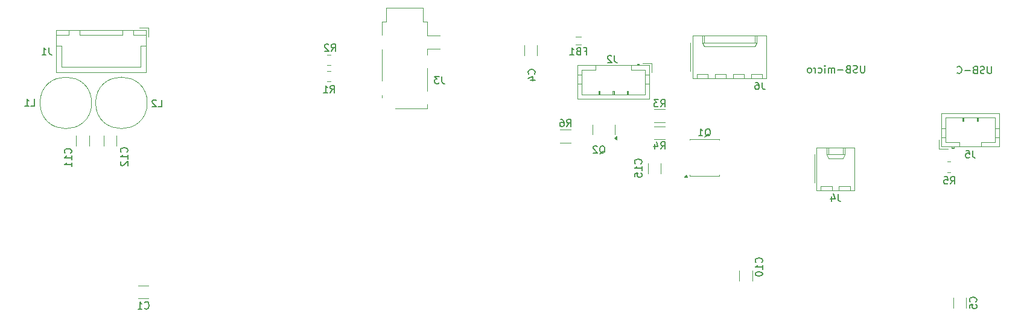
<source format=gbr>
%TF.GenerationSoftware,KiCad,Pcbnew,9.0.5*%
%TF.CreationDate,2025-10-20T18:48:48+02:00*%
%TF.ProjectId,yoradio-2,796f7261-6469-46f2-9d32-2e6b69636164,rev?*%
%TF.SameCoordinates,Original*%
%TF.FileFunction,Legend,Bot*%
%TF.FilePolarity,Positive*%
%FSLAX46Y46*%
G04 Gerber Fmt 4.6, Leading zero omitted, Abs format (unit mm)*
G04 Created by KiCad (PCBNEW 9.0.5) date 2025-10-20 18:48:48*
%MOMM*%
%LPD*%
G01*
G04 APERTURE LIST*
%ADD10C,0.200000*%
%ADD11C,0.150000*%
%ADD12C,0.120000*%
G04 APERTURE END LIST*
D10*
X198676189Y-81867219D02*
X198676189Y-82676742D01*
X198676189Y-82676742D02*
X198628570Y-82771980D01*
X198628570Y-82771980D02*
X198580951Y-82819600D01*
X198580951Y-82819600D02*
X198485713Y-82867219D01*
X198485713Y-82867219D02*
X198295237Y-82867219D01*
X198295237Y-82867219D02*
X198199999Y-82819600D01*
X198199999Y-82819600D02*
X198152380Y-82771980D01*
X198152380Y-82771980D02*
X198104761Y-82676742D01*
X198104761Y-82676742D02*
X198104761Y-81867219D01*
X197676189Y-82819600D02*
X197533332Y-82867219D01*
X197533332Y-82867219D02*
X197295237Y-82867219D01*
X197295237Y-82867219D02*
X197199999Y-82819600D01*
X197199999Y-82819600D02*
X197152380Y-82771980D01*
X197152380Y-82771980D02*
X197104761Y-82676742D01*
X197104761Y-82676742D02*
X197104761Y-82581504D01*
X197104761Y-82581504D02*
X197152380Y-82486266D01*
X197152380Y-82486266D02*
X197199999Y-82438647D01*
X197199999Y-82438647D02*
X197295237Y-82391028D01*
X197295237Y-82391028D02*
X197485713Y-82343409D01*
X197485713Y-82343409D02*
X197580951Y-82295790D01*
X197580951Y-82295790D02*
X197628570Y-82248171D01*
X197628570Y-82248171D02*
X197676189Y-82152933D01*
X197676189Y-82152933D02*
X197676189Y-82057695D01*
X197676189Y-82057695D02*
X197628570Y-81962457D01*
X197628570Y-81962457D02*
X197580951Y-81914838D01*
X197580951Y-81914838D02*
X197485713Y-81867219D01*
X197485713Y-81867219D02*
X197247618Y-81867219D01*
X197247618Y-81867219D02*
X197104761Y-81914838D01*
X196342856Y-82343409D02*
X196199999Y-82391028D01*
X196199999Y-82391028D02*
X196152380Y-82438647D01*
X196152380Y-82438647D02*
X196104761Y-82533885D01*
X196104761Y-82533885D02*
X196104761Y-82676742D01*
X196104761Y-82676742D02*
X196152380Y-82771980D01*
X196152380Y-82771980D02*
X196199999Y-82819600D01*
X196199999Y-82819600D02*
X196295237Y-82867219D01*
X196295237Y-82867219D02*
X196676189Y-82867219D01*
X196676189Y-82867219D02*
X196676189Y-81867219D01*
X196676189Y-81867219D02*
X196342856Y-81867219D01*
X196342856Y-81867219D02*
X196247618Y-81914838D01*
X196247618Y-81914838D02*
X196199999Y-81962457D01*
X196199999Y-81962457D02*
X196152380Y-82057695D01*
X196152380Y-82057695D02*
X196152380Y-82152933D01*
X196152380Y-82152933D02*
X196199999Y-82248171D01*
X196199999Y-82248171D02*
X196247618Y-82295790D01*
X196247618Y-82295790D02*
X196342856Y-82343409D01*
X196342856Y-82343409D02*
X196676189Y-82343409D01*
X195676189Y-82486266D02*
X194914285Y-82486266D01*
X194438094Y-82867219D02*
X194438094Y-82200552D01*
X194438094Y-82295790D02*
X194390475Y-82248171D01*
X194390475Y-82248171D02*
X194295237Y-82200552D01*
X194295237Y-82200552D02*
X194152380Y-82200552D01*
X194152380Y-82200552D02*
X194057142Y-82248171D01*
X194057142Y-82248171D02*
X194009523Y-82343409D01*
X194009523Y-82343409D02*
X194009523Y-82867219D01*
X194009523Y-82343409D02*
X193961904Y-82248171D01*
X193961904Y-82248171D02*
X193866666Y-82200552D01*
X193866666Y-82200552D02*
X193723809Y-82200552D01*
X193723809Y-82200552D02*
X193628570Y-82248171D01*
X193628570Y-82248171D02*
X193580951Y-82343409D01*
X193580951Y-82343409D02*
X193580951Y-82867219D01*
X193104761Y-82867219D02*
X193104761Y-82200552D01*
X193104761Y-81867219D02*
X193152380Y-81914838D01*
X193152380Y-81914838D02*
X193104761Y-81962457D01*
X193104761Y-81962457D02*
X193057142Y-81914838D01*
X193057142Y-81914838D02*
X193104761Y-81867219D01*
X193104761Y-81867219D02*
X193104761Y-81962457D01*
X192200000Y-82819600D02*
X192295238Y-82867219D01*
X192295238Y-82867219D02*
X192485714Y-82867219D01*
X192485714Y-82867219D02*
X192580952Y-82819600D01*
X192580952Y-82819600D02*
X192628571Y-82771980D01*
X192628571Y-82771980D02*
X192676190Y-82676742D01*
X192676190Y-82676742D02*
X192676190Y-82391028D01*
X192676190Y-82391028D02*
X192628571Y-82295790D01*
X192628571Y-82295790D02*
X192580952Y-82248171D01*
X192580952Y-82248171D02*
X192485714Y-82200552D01*
X192485714Y-82200552D02*
X192295238Y-82200552D01*
X192295238Y-82200552D02*
X192200000Y-82248171D01*
X191771428Y-82867219D02*
X191771428Y-82200552D01*
X191771428Y-82391028D02*
X191723809Y-82295790D01*
X191723809Y-82295790D02*
X191676190Y-82248171D01*
X191676190Y-82248171D02*
X191580952Y-82200552D01*
X191580952Y-82200552D02*
X191485714Y-82200552D01*
X191009523Y-82867219D02*
X191104761Y-82819600D01*
X191104761Y-82819600D02*
X191152380Y-82771980D01*
X191152380Y-82771980D02*
X191199999Y-82676742D01*
X191199999Y-82676742D02*
X191199999Y-82391028D01*
X191199999Y-82391028D02*
X191152380Y-82295790D01*
X191152380Y-82295790D02*
X191104761Y-82248171D01*
X191104761Y-82248171D02*
X191009523Y-82200552D01*
X191009523Y-82200552D02*
X190866666Y-82200552D01*
X190866666Y-82200552D02*
X190771428Y-82248171D01*
X190771428Y-82248171D02*
X190723809Y-82295790D01*
X190723809Y-82295790D02*
X190676190Y-82391028D01*
X190676190Y-82391028D02*
X190676190Y-82676742D01*
X190676190Y-82676742D02*
X190723809Y-82771980D01*
X190723809Y-82771980D02*
X190771428Y-82819600D01*
X190771428Y-82819600D02*
X190866666Y-82867219D01*
X190866666Y-82867219D02*
X191009523Y-82867219D01*
X216480951Y-81967219D02*
X216480951Y-82776742D01*
X216480951Y-82776742D02*
X216433332Y-82871980D01*
X216433332Y-82871980D02*
X216385713Y-82919600D01*
X216385713Y-82919600D02*
X216290475Y-82967219D01*
X216290475Y-82967219D02*
X216099999Y-82967219D01*
X216099999Y-82967219D02*
X216004761Y-82919600D01*
X216004761Y-82919600D02*
X215957142Y-82871980D01*
X215957142Y-82871980D02*
X215909523Y-82776742D01*
X215909523Y-82776742D02*
X215909523Y-81967219D01*
X215480951Y-82919600D02*
X215338094Y-82967219D01*
X215338094Y-82967219D02*
X215099999Y-82967219D01*
X215099999Y-82967219D02*
X215004761Y-82919600D01*
X215004761Y-82919600D02*
X214957142Y-82871980D01*
X214957142Y-82871980D02*
X214909523Y-82776742D01*
X214909523Y-82776742D02*
X214909523Y-82681504D01*
X214909523Y-82681504D02*
X214957142Y-82586266D01*
X214957142Y-82586266D02*
X215004761Y-82538647D01*
X215004761Y-82538647D02*
X215099999Y-82491028D01*
X215099999Y-82491028D02*
X215290475Y-82443409D01*
X215290475Y-82443409D02*
X215385713Y-82395790D01*
X215385713Y-82395790D02*
X215433332Y-82348171D01*
X215433332Y-82348171D02*
X215480951Y-82252933D01*
X215480951Y-82252933D02*
X215480951Y-82157695D01*
X215480951Y-82157695D02*
X215433332Y-82062457D01*
X215433332Y-82062457D02*
X215385713Y-82014838D01*
X215385713Y-82014838D02*
X215290475Y-81967219D01*
X215290475Y-81967219D02*
X215052380Y-81967219D01*
X215052380Y-81967219D02*
X214909523Y-82014838D01*
X214147618Y-82443409D02*
X214004761Y-82491028D01*
X214004761Y-82491028D02*
X213957142Y-82538647D01*
X213957142Y-82538647D02*
X213909523Y-82633885D01*
X213909523Y-82633885D02*
X213909523Y-82776742D01*
X213909523Y-82776742D02*
X213957142Y-82871980D01*
X213957142Y-82871980D02*
X214004761Y-82919600D01*
X214004761Y-82919600D02*
X214099999Y-82967219D01*
X214099999Y-82967219D02*
X214480951Y-82967219D01*
X214480951Y-82967219D02*
X214480951Y-81967219D01*
X214480951Y-81967219D02*
X214147618Y-81967219D01*
X214147618Y-81967219D02*
X214052380Y-82014838D01*
X214052380Y-82014838D02*
X214004761Y-82062457D01*
X214004761Y-82062457D02*
X213957142Y-82157695D01*
X213957142Y-82157695D02*
X213957142Y-82252933D01*
X213957142Y-82252933D02*
X214004761Y-82348171D01*
X214004761Y-82348171D02*
X214052380Y-82395790D01*
X214052380Y-82395790D02*
X214147618Y-82443409D01*
X214147618Y-82443409D02*
X214480951Y-82443409D01*
X213480951Y-82586266D02*
X212719047Y-82586266D01*
X211671428Y-82871980D02*
X211719047Y-82919600D01*
X211719047Y-82919600D02*
X211861904Y-82967219D01*
X211861904Y-82967219D02*
X211957142Y-82967219D01*
X211957142Y-82967219D02*
X212099999Y-82919600D01*
X212099999Y-82919600D02*
X212195237Y-82824361D01*
X212195237Y-82824361D02*
X212242856Y-82729123D01*
X212242856Y-82729123D02*
X212290475Y-82538647D01*
X212290475Y-82538647D02*
X212290475Y-82395790D01*
X212290475Y-82395790D02*
X212242856Y-82205314D01*
X212242856Y-82205314D02*
X212195237Y-82110076D01*
X212195237Y-82110076D02*
X212099999Y-82014838D01*
X212099999Y-82014838D02*
X211957142Y-81967219D01*
X211957142Y-81967219D02*
X211861904Y-81967219D01*
X211861904Y-81967219D02*
X211719047Y-82014838D01*
X211719047Y-82014838D02*
X211671428Y-82062457D01*
D11*
X97659166Y-115949580D02*
X97706785Y-115997200D01*
X97706785Y-115997200D02*
X97849642Y-116044819D01*
X97849642Y-116044819D02*
X97944880Y-116044819D01*
X97944880Y-116044819D02*
X98087737Y-115997200D01*
X98087737Y-115997200D02*
X98182975Y-115901961D01*
X98182975Y-115901961D02*
X98230594Y-115806723D01*
X98230594Y-115806723D02*
X98278213Y-115616247D01*
X98278213Y-115616247D02*
X98278213Y-115473390D01*
X98278213Y-115473390D02*
X98230594Y-115282914D01*
X98230594Y-115282914D02*
X98182975Y-115187676D01*
X98182975Y-115187676D02*
X98087737Y-115092438D01*
X98087737Y-115092438D02*
X97944880Y-115044819D01*
X97944880Y-115044819D02*
X97849642Y-115044819D01*
X97849642Y-115044819D02*
X97706785Y-115092438D01*
X97706785Y-115092438D02*
X97659166Y-115140057D01*
X96706785Y-116044819D02*
X97278213Y-116044819D01*
X96992499Y-116044819D02*
X96992499Y-115044819D01*
X96992499Y-115044819D02*
X97087737Y-115187676D01*
X97087737Y-115187676D02*
X97182975Y-115282914D01*
X97182975Y-115282914D02*
X97278213Y-115330533D01*
X81714166Y-87534819D02*
X82190356Y-87534819D01*
X82190356Y-87534819D02*
X82190356Y-86534819D01*
X80857023Y-87534819D02*
X81428451Y-87534819D01*
X81142737Y-87534819D02*
X81142737Y-86534819D01*
X81142737Y-86534819D02*
X81237975Y-86677676D01*
X81237975Y-86677676D02*
X81333213Y-86772914D01*
X81333213Y-86772914D02*
X81428451Y-86820533D01*
X161495238Y-94250057D02*
X161590476Y-94202438D01*
X161590476Y-94202438D02*
X161685714Y-94107200D01*
X161685714Y-94107200D02*
X161828571Y-93964342D01*
X161828571Y-93964342D02*
X161923809Y-93916723D01*
X161923809Y-93916723D02*
X162019047Y-93916723D01*
X161971428Y-94154819D02*
X162066666Y-94107200D01*
X162066666Y-94107200D02*
X162161904Y-94011961D01*
X162161904Y-94011961D02*
X162209523Y-93821485D01*
X162209523Y-93821485D02*
X162209523Y-93488152D01*
X162209523Y-93488152D02*
X162161904Y-93297676D01*
X162161904Y-93297676D02*
X162066666Y-93202438D01*
X162066666Y-93202438D02*
X161971428Y-93154819D01*
X161971428Y-93154819D02*
X161780952Y-93154819D01*
X161780952Y-93154819D02*
X161685714Y-93202438D01*
X161685714Y-93202438D02*
X161590476Y-93297676D01*
X161590476Y-93297676D02*
X161542857Y-93488152D01*
X161542857Y-93488152D02*
X161542857Y-93821485D01*
X161542857Y-93821485D02*
X161590476Y-94011961D01*
X161590476Y-94011961D02*
X161685714Y-94107200D01*
X161685714Y-94107200D02*
X161780952Y-94154819D01*
X161780952Y-94154819D02*
X161971428Y-94154819D01*
X161161904Y-93250057D02*
X161114285Y-93202438D01*
X161114285Y-93202438D02*
X161019047Y-93154819D01*
X161019047Y-93154819D02*
X160780952Y-93154819D01*
X160780952Y-93154819D02*
X160685714Y-93202438D01*
X160685714Y-93202438D02*
X160638095Y-93250057D01*
X160638095Y-93250057D02*
X160590476Y-93345295D01*
X160590476Y-93345295D02*
X160590476Y-93440533D01*
X160590476Y-93440533D02*
X160638095Y-93583390D01*
X160638095Y-93583390D02*
X161209523Y-94154819D01*
X161209523Y-94154819D02*
X160590476Y-94154819D01*
X87299580Y-94137142D02*
X87347200Y-94089523D01*
X87347200Y-94089523D02*
X87394819Y-93946666D01*
X87394819Y-93946666D02*
X87394819Y-93851428D01*
X87394819Y-93851428D02*
X87347200Y-93708571D01*
X87347200Y-93708571D02*
X87251961Y-93613333D01*
X87251961Y-93613333D02*
X87156723Y-93565714D01*
X87156723Y-93565714D02*
X86966247Y-93518095D01*
X86966247Y-93518095D02*
X86823390Y-93518095D01*
X86823390Y-93518095D02*
X86632914Y-93565714D01*
X86632914Y-93565714D02*
X86537676Y-93613333D01*
X86537676Y-93613333D02*
X86442438Y-93708571D01*
X86442438Y-93708571D02*
X86394819Y-93851428D01*
X86394819Y-93851428D02*
X86394819Y-93946666D01*
X86394819Y-93946666D02*
X86442438Y-94089523D01*
X86442438Y-94089523D02*
X86490057Y-94137142D01*
X87394819Y-95089523D02*
X87394819Y-94518095D01*
X87394819Y-94803809D02*
X86394819Y-94803809D01*
X86394819Y-94803809D02*
X86537676Y-94708571D01*
X86537676Y-94708571D02*
X86632914Y-94613333D01*
X86632914Y-94613333D02*
X86680533Y-94518095D01*
X87394819Y-96041904D02*
X87394819Y-95470476D01*
X87394819Y-95756190D02*
X86394819Y-95756190D01*
X86394819Y-95756190D02*
X86537676Y-95660952D01*
X86537676Y-95660952D02*
X86632914Y-95565714D01*
X86632914Y-95565714D02*
X86680533Y-95470476D01*
X95179580Y-94007142D02*
X95227200Y-93959523D01*
X95227200Y-93959523D02*
X95274819Y-93816666D01*
X95274819Y-93816666D02*
X95274819Y-93721428D01*
X95274819Y-93721428D02*
X95227200Y-93578571D01*
X95227200Y-93578571D02*
X95131961Y-93483333D01*
X95131961Y-93483333D02*
X95036723Y-93435714D01*
X95036723Y-93435714D02*
X94846247Y-93388095D01*
X94846247Y-93388095D02*
X94703390Y-93388095D01*
X94703390Y-93388095D02*
X94512914Y-93435714D01*
X94512914Y-93435714D02*
X94417676Y-93483333D01*
X94417676Y-93483333D02*
X94322438Y-93578571D01*
X94322438Y-93578571D02*
X94274819Y-93721428D01*
X94274819Y-93721428D02*
X94274819Y-93816666D01*
X94274819Y-93816666D02*
X94322438Y-93959523D01*
X94322438Y-93959523D02*
X94370057Y-94007142D01*
X95274819Y-94959523D02*
X95274819Y-94388095D01*
X95274819Y-94673809D02*
X94274819Y-94673809D01*
X94274819Y-94673809D02*
X94417676Y-94578571D01*
X94417676Y-94578571D02*
X94512914Y-94483333D01*
X94512914Y-94483333D02*
X94560533Y-94388095D01*
X94370057Y-95340476D02*
X94322438Y-95388095D01*
X94322438Y-95388095D02*
X94274819Y-95483333D01*
X94274819Y-95483333D02*
X94274819Y-95721428D01*
X94274819Y-95721428D02*
X94322438Y-95816666D01*
X94322438Y-95816666D02*
X94370057Y-95864285D01*
X94370057Y-95864285D02*
X94465295Y-95911904D01*
X94465295Y-95911904D02*
X94560533Y-95911904D01*
X94560533Y-95911904D02*
X94703390Y-95864285D01*
X94703390Y-95864285D02*
X95274819Y-95292857D01*
X95274819Y-95292857D02*
X95274819Y-95911904D01*
X163593333Y-80444819D02*
X163593333Y-81159104D01*
X163593333Y-81159104D02*
X163640952Y-81301961D01*
X163640952Y-81301961D02*
X163736190Y-81397200D01*
X163736190Y-81397200D02*
X163879047Y-81444819D01*
X163879047Y-81444819D02*
X163974285Y-81444819D01*
X163164761Y-80540057D02*
X163117142Y-80492438D01*
X163117142Y-80492438D02*
X163021904Y-80444819D01*
X163021904Y-80444819D02*
X162783809Y-80444819D01*
X162783809Y-80444819D02*
X162688571Y-80492438D01*
X162688571Y-80492438D02*
X162640952Y-80540057D01*
X162640952Y-80540057D02*
X162593333Y-80635295D01*
X162593333Y-80635295D02*
X162593333Y-80730533D01*
X162593333Y-80730533D02*
X162640952Y-80873390D01*
X162640952Y-80873390D02*
X163212380Y-81444819D01*
X163212380Y-81444819D02*
X162593333Y-81444819D01*
X156866666Y-90424819D02*
X157199999Y-89948628D01*
X157438094Y-90424819D02*
X157438094Y-89424819D01*
X157438094Y-89424819D02*
X157057142Y-89424819D01*
X157057142Y-89424819D02*
X156961904Y-89472438D01*
X156961904Y-89472438D02*
X156914285Y-89520057D01*
X156914285Y-89520057D02*
X156866666Y-89615295D01*
X156866666Y-89615295D02*
X156866666Y-89758152D01*
X156866666Y-89758152D02*
X156914285Y-89853390D01*
X156914285Y-89853390D02*
X156961904Y-89901009D01*
X156961904Y-89901009D02*
X157057142Y-89948628D01*
X157057142Y-89948628D02*
X157438094Y-89948628D01*
X156009523Y-89424819D02*
X156199999Y-89424819D01*
X156199999Y-89424819D02*
X156295237Y-89472438D01*
X156295237Y-89472438D02*
X156342856Y-89520057D01*
X156342856Y-89520057D02*
X156438094Y-89662914D01*
X156438094Y-89662914D02*
X156485713Y-89853390D01*
X156485713Y-89853390D02*
X156485713Y-90234342D01*
X156485713Y-90234342D02*
X156438094Y-90329580D01*
X156438094Y-90329580D02*
X156390475Y-90377200D01*
X156390475Y-90377200D02*
X156295237Y-90424819D01*
X156295237Y-90424819D02*
X156104761Y-90424819D01*
X156104761Y-90424819D02*
X156009523Y-90377200D01*
X156009523Y-90377200D02*
X155961904Y-90329580D01*
X155961904Y-90329580D02*
X155914285Y-90234342D01*
X155914285Y-90234342D02*
X155914285Y-89996247D01*
X155914285Y-89996247D02*
X155961904Y-89901009D01*
X155961904Y-89901009D02*
X156009523Y-89853390D01*
X156009523Y-89853390D02*
X156104761Y-89805771D01*
X156104761Y-89805771D02*
X156295237Y-89805771D01*
X156295237Y-89805771D02*
X156390475Y-89853390D01*
X156390475Y-89853390D02*
X156438094Y-89901009D01*
X156438094Y-89901009D02*
X156485713Y-89996247D01*
X184300833Y-84204819D02*
X184300833Y-84919104D01*
X184300833Y-84919104D02*
X184348452Y-85061961D01*
X184348452Y-85061961D02*
X184443690Y-85157200D01*
X184443690Y-85157200D02*
X184586547Y-85204819D01*
X184586547Y-85204819D02*
X184681785Y-85204819D01*
X183396071Y-84204819D02*
X183586547Y-84204819D01*
X183586547Y-84204819D02*
X183681785Y-84252438D01*
X183681785Y-84252438D02*
X183729404Y-84300057D01*
X183729404Y-84300057D02*
X183824642Y-84442914D01*
X183824642Y-84442914D02*
X183872261Y-84633390D01*
X183872261Y-84633390D02*
X183872261Y-85014342D01*
X183872261Y-85014342D02*
X183824642Y-85109580D01*
X183824642Y-85109580D02*
X183777023Y-85157200D01*
X183777023Y-85157200D02*
X183681785Y-85204819D01*
X183681785Y-85204819D02*
X183491309Y-85204819D01*
X183491309Y-85204819D02*
X183396071Y-85157200D01*
X183396071Y-85157200D02*
X183348452Y-85109580D01*
X183348452Y-85109580D02*
X183300833Y-85014342D01*
X183300833Y-85014342D02*
X183300833Y-84776247D01*
X183300833Y-84776247D02*
X183348452Y-84681009D01*
X183348452Y-84681009D02*
X183396071Y-84633390D01*
X183396071Y-84633390D02*
X183491309Y-84585771D01*
X183491309Y-84585771D02*
X183681785Y-84585771D01*
X183681785Y-84585771D02*
X183777023Y-84633390D01*
X183777023Y-84633390D02*
X183824642Y-84681009D01*
X183824642Y-84681009D02*
X183872261Y-84776247D01*
X210726666Y-98494819D02*
X211059999Y-98018628D01*
X211298094Y-98494819D02*
X211298094Y-97494819D01*
X211298094Y-97494819D02*
X210917142Y-97494819D01*
X210917142Y-97494819D02*
X210821904Y-97542438D01*
X210821904Y-97542438D02*
X210774285Y-97590057D01*
X210774285Y-97590057D02*
X210726666Y-97685295D01*
X210726666Y-97685295D02*
X210726666Y-97828152D01*
X210726666Y-97828152D02*
X210774285Y-97923390D01*
X210774285Y-97923390D02*
X210821904Y-97971009D01*
X210821904Y-97971009D02*
X210917142Y-98018628D01*
X210917142Y-98018628D02*
X211298094Y-98018628D01*
X209821904Y-97494819D02*
X210298094Y-97494819D01*
X210298094Y-97494819D02*
X210345713Y-97971009D01*
X210345713Y-97971009D02*
X210298094Y-97923390D01*
X210298094Y-97923390D02*
X210202856Y-97875771D01*
X210202856Y-97875771D02*
X209964761Y-97875771D01*
X209964761Y-97875771D02*
X209869523Y-97923390D01*
X209869523Y-97923390D02*
X209821904Y-97971009D01*
X209821904Y-97971009D02*
X209774285Y-98066247D01*
X209774285Y-98066247D02*
X209774285Y-98304342D01*
X209774285Y-98304342D02*
X209821904Y-98399580D01*
X209821904Y-98399580D02*
X209869523Y-98447200D01*
X209869523Y-98447200D02*
X209964761Y-98494819D01*
X209964761Y-98494819D02*
X210202856Y-98494819D01*
X210202856Y-98494819D02*
X210298094Y-98447200D01*
X210298094Y-98447200D02*
X210345713Y-98399580D01*
X84253333Y-79334819D02*
X84253333Y-80049104D01*
X84253333Y-80049104D02*
X84300952Y-80191961D01*
X84300952Y-80191961D02*
X84396190Y-80287200D01*
X84396190Y-80287200D02*
X84539047Y-80334819D01*
X84539047Y-80334819D02*
X84634285Y-80334819D01*
X83253333Y-80334819D02*
X83824761Y-80334819D01*
X83539047Y-80334819D02*
X83539047Y-79334819D01*
X83539047Y-79334819D02*
X83634285Y-79477676D01*
X83634285Y-79477676D02*
X83729523Y-79572914D01*
X83729523Y-79572914D02*
X83824761Y-79620533D01*
X152359580Y-83033333D02*
X152407200Y-82985714D01*
X152407200Y-82985714D02*
X152454819Y-82842857D01*
X152454819Y-82842857D02*
X152454819Y-82747619D01*
X152454819Y-82747619D02*
X152407200Y-82604762D01*
X152407200Y-82604762D02*
X152311961Y-82509524D01*
X152311961Y-82509524D02*
X152216723Y-82461905D01*
X152216723Y-82461905D02*
X152026247Y-82414286D01*
X152026247Y-82414286D02*
X151883390Y-82414286D01*
X151883390Y-82414286D02*
X151692914Y-82461905D01*
X151692914Y-82461905D02*
X151597676Y-82509524D01*
X151597676Y-82509524D02*
X151502438Y-82604762D01*
X151502438Y-82604762D02*
X151454819Y-82747619D01*
X151454819Y-82747619D02*
X151454819Y-82842857D01*
X151454819Y-82842857D02*
X151502438Y-82985714D01*
X151502438Y-82985714D02*
X151550057Y-83033333D01*
X151788152Y-83890476D02*
X152454819Y-83890476D01*
X151407200Y-83652381D02*
X152121485Y-83414286D01*
X152121485Y-83414286D02*
X152121485Y-84033333D01*
X123706666Y-85654819D02*
X124039999Y-85178628D01*
X124278094Y-85654819D02*
X124278094Y-84654819D01*
X124278094Y-84654819D02*
X123897142Y-84654819D01*
X123897142Y-84654819D02*
X123801904Y-84702438D01*
X123801904Y-84702438D02*
X123754285Y-84750057D01*
X123754285Y-84750057D02*
X123706666Y-84845295D01*
X123706666Y-84845295D02*
X123706666Y-84988152D01*
X123706666Y-84988152D02*
X123754285Y-85083390D01*
X123754285Y-85083390D02*
X123801904Y-85131009D01*
X123801904Y-85131009D02*
X123897142Y-85178628D01*
X123897142Y-85178628D02*
X124278094Y-85178628D01*
X122754285Y-85654819D02*
X123325713Y-85654819D01*
X123039999Y-85654819D02*
X123039999Y-84654819D01*
X123039999Y-84654819D02*
X123135237Y-84797676D01*
X123135237Y-84797676D02*
X123230475Y-84892914D01*
X123230475Y-84892914D02*
X123325713Y-84940533D01*
X159363333Y-79821009D02*
X159696666Y-79821009D01*
X159696666Y-80344819D02*
X159696666Y-79344819D01*
X159696666Y-79344819D02*
X159220476Y-79344819D01*
X158506190Y-79821009D02*
X158363333Y-79868628D01*
X158363333Y-79868628D02*
X158315714Y-79916247D01*
X158315714Y-79916247D02*
X158268095Y-80011485D01*
X158268095Y-80011485D02*
X158268095Y-80154342D01*
X158268095Y-80154342D02*
X158315714Y-80249580D01*
X158315714Y-80249580D02*
X158363333Y-80297200D01*
X158363333Y-80297200D02*
X158458571Y-80344819D01*
X158458571Y-80344819D02*
X158839523Y-80344819D01*
X158839523Y-80344819D02*
X158839523Y-79344819D01*
X158839523Y-79344819D02*
X158506190Y-79344819D01*
X158506190Y-79344819D02*
X158410952Y-79392438D01*
X158410952Y-79392438D02*
X158363333Y-79440057D01*
X158363333Y-79440057D02*
X158315714Y-79535295D01*
X158315714Y-79535295D02*
X158315714Y-79630533D01*
X158315714Y-79630533D02*
X158363333Y-79725771D01*
X158363333Y-79725771D02*
X158410952Y-79773390D01*
X158410952Y-79773390D02*
X158506190Y-79821009D01*
X158506190Y-79821009D02*
X158839523Y-79821009D01*
X157315714Y-80344819D02*
X157887142Y-80344819D01*
X157601428Y-80344819D02*
X157601428Y-79344819D01*
X157601428Y-79344819D02*
X157696666Y-79487676D01*
X157696666Y-79487676D02*
X157791904Y-79582914D01*
X157791904Y-79582914D02*
X157887142Y-79630533D01*
X123826666Y-79844819D02*
X124159999Y-79368628D01*
X124398094Y-79844819D02*
X124398094Y-78844819D01*
X124398094Y-78844819D02*
X124017142Y-78844819D01*
X124017142Y-78844819D02*
X123921904Y-78892438D01*
X123921904Y-78892438D02*
X123874285Y-78940057D01*
X123874285Y-78940057D02*
X123826666Y-79035295D01*
X123826666Y-79035295D02*
X123826666Y-79178152D01*
X123826666Y-79178152D02*
X123874285Y-79273390D01*
X123874285Y-79273390D02*
X123921904Y-79321009D01*
X123921904Y-79321009D02*
X124017142Y-79368628D01*
X124017142Y-79368628D02*
X124398094Y-79368628D01*
X123445713Y-78940057D02*
X123398094Y-78892438D01*
X123398094Y-78892438D02*
X123302856Y-78844819D01*
X123302856Y-78844819D02*
X123064761Y-78844819D01*
X123064761Y-78844819D02*
X122969523Y-78892438D01*
X122969523Y-78892438D02*
X122921904Y-78940057D01*
X122921904Y-78940057D02*
X122874285Y-79035295D01*
X122874285Y-79035295D02*
X122874285Y-79130533D01*
X122874285Y-79130533D02*
X122921904Y-79273390D01*
X122921904Y-79273390D02*
X123493332Y-79844819D01*
X123493332Y-79844819D02*
X122874285Y-79844819D01*
X170066666Y-93584819D02*
X170399999Y-93108628D01*
X170638094Y-93584819D02*
X170638094Y-92584819D01*
X170638094Y-92584819D02*
X170257142Y-92584819D01*
X170257142Y-92584819D02*
X170161904Y-92632438D01*
X170161904Y-92632438D02*
X170114285Y-92680057D01*
X170114285Y-92680057D02*
X170066666Y-92775295D01*
X170066666Y-92775295D02*
X170066666Y-92918152D01*
X170066666Y-92918152D02*
X170114285Y-93013390D01*
X170114285Y-93013390D02*
X170161904Y-93061009D01*
X170161904Y-93061009D02*
X170257142Y-93108628D01*
X170257142Y-93108628D02*
X170638094Y-93108628D01*
X169209523Y-92918152D02*
X169209523Y-93584819D01*
X169447618Y-92537200D02*
X169685713Y-93251485D01*
X169685713Y-93251485D02*
X169066666Y-93251485D01*
X170066666Y-87654819D02*
X170399999Y-87178628D01*
X170638094Y-87654819D02*
X170638094Y-86654819D01*
X170638094Y-86654819D02*
X170257142Y-86654819D01*
X170257142Y-86654819D02*
X170161904Y-86702438D01*
X170161904Y-86702438D02*
X170114285Y-86750057D01*
X170114285Y-86750057D02*
X170066666Y-86845295D01*
X170066666Y-86845295D02*
X170066666Y-86988152D01*
X170066666Y-86988152D02*
X170114285Y-87083390D01*
X170114285Y-87083390D02*
X170161904Y-87131009D01*
X170161904Y-87131009D02*
X170257142Y-87178628D01*
X170257142Y-87178628D02*
X170638094Y-87178628D01*
X169733332Y-86654819D02*
X169114285Y-86654819D01*
X169114285Y-86654819D02*
X169447618Y-87035771D01*
X169447618Y-87035771D02*
X169304761Y-87035771D01*
X169304761Y-87035771D02*
X169209523Y-87083390D01*
X169209523Y-87083390D02*
X169161904Y-87131009D01*
X169161904Y-87131009D02*
X169114285Y-87226247D01*
X169114285Y-87226247D02*
X169114285Y-87464342D01*
X169114285Y-87464342D02*
X169161904Y-87559580D01*
X169161904Y-87559580D02*
X169209523Y-87607200D01*
X169209523Y-87607200D02*
X169304761Y-87654819D01*
X169304761Y-87654819D02*
X169590475Y-87654819D01*
X169590475Y-87654819D02*
X169685713Y-87607200D01*
X169685713Y-87607200D02*
X169733332Y-87559580D01*
X167312080Y-95637142D02*
X167359700Y-95589523D01*
X167359700Y-95589523D02*
X167407319Y-95446666D01*
X167407319Y-95446666D02*
X167407319Y-95351428D01*
X167407319Y-95351428D02*
X167359700Y-95208571D01*
X167359700Y-95208571D02*
X167264461Y-95113333D01*
X167264461Y-95113333D02*
X167169223Y-95065714D01*
X167169223Y-95065714D02*
X166978747Y-95018095D01*
X166978747Y-95018095D02*
X166835890Y-95018095D01*
X166835890Y-95018095D02*
X166645414Y-95065714D01*
X166645414Y-95065714D02*
X166550176Y-95113333D01*
X166550176Y-95113333D02*
X166454938Y-95208571D01*
X166454938Y-95208571D02*
X166407319Y-95351428D01*
X166407319Y-95351428D02*
X166407319Y-95446666D01*
X166407319Y-95446666D02*
X166454938Y-95589523D01*
X166454938Y-95589523D02*
X166502557Y-95637142D01*
X167407319Y-96589523D02*
X167407319Y-96018095D01*
X167407319Y-96303809D02*
X166407319Y-96303809D01*
X166407319Y-96303809D02*
X166550176Y-96208571D01*
X166550176Y-96208571D02*
X166645414Y-96113333D01*
X166645414Y-96113333D02*
X166693033Y-96018095D01*
X166407319Y-97494285D02*
X166407319Y-97018095D01*
X166407319Y-97018095D02*
X166883509Y-96970476D01*
X166883509Y-96970476D02*
X166835890Y-97018095D01*
X166835890Y-97018095D02*
X166788271Y-97113333D01*
X166788271Y-97113333D02*
X166788271Y-97351428D01*
X166788271Y-97351428D02*
X166835890Y-97446666D01*
X166835890Y-97446666D02*
X166883509Y-97494285D01*
X166883509Y-97494285D02*
X166978747Y-97541904D01*
X166978747Y-97541904D02*
X167216842Y-97541904D01*
X167216842Y-97541904D02*
X167312080Y-97494285D01*
X167312080Y-97494285D02*
X167359700Y-97446666D01*
X167359700Y-97446666D02*
X167407319Y-97351428D01*
X167407319Y-97351428D02*
X167407319Y-97113333D01*
X167407319Y-97113333D02*
X167359700Y-97018095D01*
X167359700Y-97018095D02*
X167312080Y-96970476D01*
X99564166Y-87664819D02*
X100040356Y-87664819D01*
X100040356Y-87664819D02*
X100040356Y-86664819D01*
X99278451Y-86760057D02*
X99230832Y-86712438D01*
X99230832Y-86712438D02*
X99135594Y-86664819D01*
X99135594Y-86664819D02*
X98897499Y-86664819D01*
X98897499Y-86664819D02*
X98802261Y-86712438D01*
X98802261Y-86712438D02*
X98754642Y-86760057D01*
X98754642Y-86760057D02*
X98707023Y-86855295D01*
X98707023Y-86855295D02*
X98707023Y-86950533D01*
X98707023Y-86950533D02*
X98754642Y-87093390D01*
X98754642Y-87093390D02*
X99326070Y-87664819D01*
X99326070Y-87664819D02*
X98707023Y-87664819D01*
X213833333Y-93804819D02*
X213833333Y-94519104D01*
X213833333Y-94519104D02*
X213880952Y-94661961D01*
X213880952Y-94661961D02*
X213976190Y-94757200D01*
X213976190Y-94757200D02*
X214119047Y-94804819D01*
X214119047Y-94804819D02*
X214214285Y-94804819D01*
X212880952Y-93804819D02*
X213357142Y-93804819D01*
X213357142Y-93804819D02*
X213404761Y-94281009D01*
X213404761Y-94281009D02*
X213357142Y-94233390D01*
X213357142Y-94233390D02*
X213261904Y-94185771D01*
X213261904Y-94185771D02*
X213023809Y-94185771D01*
X213023809Y-94185771D02*
X212928571Y-94233390D01*
X212928571Y-94233390D02*
X212880952Y-94281009D01*
X212880952Y-94281009D02*
X212833333Y-94376247D01*
X212833333Y-94376247D02*
X212833333Y-94614342D01*
X212833333Y-94614342D02*
X212880952Y-94709580D01*
X212880952Y-94709580D02*
X212928571Y-94757200D01*
X212928571Y-94757200D02*
X213023809Y-94804819D01*
X213023809Y-94804819D02*
X213261904Y-94804819D01*
X213261904Y-94804819D02*
X213357142Y-94757200D01*
X213357142Y-94757200D02*
X213404761Y-94709580D01*
X214299580Y-115033333D02*
X214347200Y-114985714D01*
X214347200Y-114985714D02*
X214394819Y-114842857D01*
X214394819Y-114842857D02*
X214394819Y-114747619D01*
X214394819Y-114747619D02*
X214347200Y-114604762D01*
X214347200Y-114604762D02*
X214251961Y-114509524D01*
X214251961Y-114509524D02*
X214156723Y-114461905D01*
X214156723Y-114461905D02*
X213966247Y-114414286D01*
X213966247Y-114414286D02*
X213823390Y-114414286D01*
X213823390Y-114414286D02*
X213632914Y-114461905D01*
X213632914Y-114461905D02*
X213537676Y-114509524D01*
X213537676Y-114509524D02*
X213442438Y-114604762D01*
X213442438Y-114604762D02*
X213394819Y-114747619D01*
X213394819Y-114747619D02*
X213394819Y-114842857D01*
X213394819Y-114842857D02*
X213442438Y-114985714D01*
X213442438Y-114985714D02*
X213490057Y-115033333D01*
X213394819Y-115938095D02*
X213394819Y-115461905D01*
X213394819Y-115461905D02*
X213871009Y-115414286D01*
X213871009Y-115414286D02*
X213823390Y-115461905D01*
X213823390Y-115461905D02*
X213775771Y-115557143D01*
X213775771Y-115557143D02*
X213775771Y-115795238D01*
X213775771Y-115795238D02*
X213823390Y-115890476D01*
X213823390Y-115890476D02*
X213871009Y-115938095D01*
X213871009Y-115938095D02*
X213966247Y-115985714D01*
X213966247Y-115985714D02*
X214204342Y-115985714D01*
X214204342Y-115985714D02*
X214299580Y-115938095D01*
X214299580Y-115938095D02*
X214347200Y-115890476D01*
X214347200Y-115890476D02*
X214394819Y-115795238D01*
X214394819Y-115795238D02*
X214394819Y-115557143D01*
X214394819Y-115557143D02*
X214347200Y-115461905D01*
X214347200Y-115461905D02*
X214299580Y-115414286D01*
X194935833Y-99914819D02*
X194935833Y-100629104D01*
X194935833Y-100629104D02*
X194983452Y-100771961D01*
X194983452Y-100771961D02*
X195078690Y-100867200D01*
X195078690Y-100867200D02*
X195221547Y-100914819D01*
X195221547Y-100914819D02*
X195316785Y-100914819D01*
X194031071Y-100248152D02*
X194031071Y-100914819D01*
X194269166Y-99867200D02*
X194507261Y-100581485D01*
X194507261Y-100581485D02*
X193888214Y-100581485D01*
X176287738Y-91830057D02*
X176382976Y-91782438D01*
X176382976Y-91782438D02*
X176478214Y-91687200D01*
X176478214Y-91687200D02*
X176621071Y-91544342D01*
X176621071Y-91544342D02*
X176716309Y-91496723D01*
X176716309Y-91496723D02*
X176811547Y-91496723D01*
X176763928Y-91734819D02*
X176859166Y-91687200D01*
X176859166Y-91687200D02*
X176954404Y-91591961D01*
X176954404Y-91591961D02*
X177002023Y-91401485D01*
X177002023Y-91401485D02*
X177002023Y-91068152D01*
X177002023Y-91068152D02*
X176954404Y-90877676D01*
X176954404Y-90877676D02*
X176859166Y-90782438D01*
X176859166Y-90782438D02*
X176763928Y-90734819D01*
X176763928Y-90734819D02*
X176573452Y-90734819D01*
X176573452Y-90734819D02*
X176478214Y-90782438D01*
X176478214Y-90782438D02*
X176382976Y-90877676D01*
X176382976Y-90877676D02*
X176335357Y-91068152D01*
X176335357Y-91068152D02*
X176335357Y-91401485D01*
X176335357Y-91401485D02*
X176382976Y-91591961D01*
X176382976Y-91591961D02*
X176478214Y-91687200D01*
X176478214Y-91687200D02*
X176573452Y-91734819D01*
X176573452Y-91734819D02*
X176763928Y-91734819D01*
X175382976Y-91734819D02*
X175954404Y-91734819D01*
X175668690Y-91734819D02*
X175668690Y-90734819D01*
X175668690Y-90734819D02*
X175763928Y-90877676D01*
X175763928Y-90877676D02*
X175859166Y-90972914D01*
X175859166Y-90972914D02*
X175954404Y-91020533D01*
X139343333Y-83374819D02*
X139343333Y-84089104D01*
X139343333Y-84089104D02*
X139390952Y-84231961D01*
X139390952Y-84231961D02*
X139486190Y-84327200D01*
X139486190Y-84327200D02*
X139629047Y-84374819D01*
X139629047Y-84374819D02*
X139724285Y-84374819D01*
X138962380Y-83374819D02*
X138343333Y-83374819D01*
X138343333Y-83374819D02*
X138676666Y-83755771D01*
X138676666Y-83755771D02*
X138533809Y-83755771D01*
X138533809Y-83755771D02*
X138438571Y-83803390D01*
X138438571Y-83803390D02*
X138390952Y-83851009D01*
X138390952Y-83851009D02*
X138343333Y-83946247D01*
X138343333Y-83946247D02*
X138343333Y-84184342D01*
X138343333Y-84184342D02*
X138390952Y-84279580D01*
X138390952Y-84279580D02*
X138438571Y-84327200D01*
X138438571Y-84327200D02*
X138533809Y-84374819D01*
X138533809Y-84374819D02*
X138819523Y-84374819D01*
X138819523Y-84374819D02*
X138914761Y-84327200D01*
X138914761Y-84327200D02*
X138962380Y-84279580D01*
X184249580Y-109517142D02*
X184297200Y-109469523D01*
X184297200Y-109469523D02*
X184344819Y-109326666D01*
X184344819Y-109326666D02*
X184344819Y-109231428D01*
X184344819Y-109231428D02*
X184297200Y-109088571D01*
X184297200Y-109088571D02*
X184201961Y-108993333D01*
X184201961Y-108993333D02*
X184106723Y-108945714D01*
X184106723Y-108945714D02*
X183916247Y-108898095D01*
X183916247Y-108898095D02*
X183773390Y-108898095D01*
X183773390Y-108898095D02*
X183582914Y-108945714D01*
X183582914Y-108945714D02*
X183487676Y-108993333D01*
X183487676Y-108993333D02*
X183392438Y-109088571D01*
X183392438Y-109088571D02*
X183344819Y-109231428D01*
X183344819Y-109231428D02*
X183344819Y-109326666D01*
X183344819Y-109326666D02*
X183392438Y-109469523D01*
X183392438Y-109469523D02*
X183440057Y-109517142D01*
X184344819Y-110469523D02*
X184344819Y-109898095D01*
X184344819Y-110183809D02*
X183344819Y-110183809D01*
X183344819Y-110183809D02*
X183487676Y-110088571D01*
X183487676Y-110088571D02*
X183582914Y-109993333D01*
X183582914Y-109993333D02*
X183630533Y-109898095D01*
X183344819Y-111088571D02*
X183344819Y-111183809D01*
X183344819Y-111183809D02*
X183392438Y-111279047D01*
X183392438Y-111279047D02*
X183440057Y-111326666D01*
X183440057Y-111326666D02*
X183535295Y-111374285D01*
X183535295Y-111374285D02*
X183725771Y-111421904D01*
X183725771Y-111421904D02*
X183963866Y-111421904D01*
X183963866Y-111421904D02*
X184154342Y-111374285D01*
X184154342Y-111374285D02*
X184249580Y-111326666D01*
X184249580Y-111326666D02*
X184297200Y-111279047D01*
X184297200Y-111279047D02*
X184344819Y-111183809D01*
X184344819Y-111183809D02*
X184344819Y-111088571D01*
X184344819Y-111088571D02*
X184297200Y-110993333D01*
X184297200Y-110993333D02*
X184249580Y-110945714D01*
X184249580Y-110945714D02*
X184154342Y-110898095D01*
X184154342Y-110898095D02*
X183963866Y-110850476D01*
X183963866Y-110850476D02*
X183725771Y-110850476D01*
X183725771Y-110850476D02*
X183535295Y-110898095D01*
X183535295Y-110898095D02*
X183440057Y-110945714D01*
X183440057Y-110945714D02*
X183392438Y-110993333D01*
X183392438Y-110993333D02*
X183344819Y-111088571D01*
D12*
%TO.C,C1*%
X96781248Y-112760000D02*
X98203752Y-112760000D01*
X96781248Y-114580000D02*
X98203752Y-114580000D01*
%TO.C,L1*%
X90220000Y-87100000D02*
G75*
G02*
X82980000Y-87100000I-3620000J0D01*
G01*
X82980000Y-87100000D02*
G75*
G02*
X90220000Y-87100000I3620000J0D01*
G01*
%TO.C,Q2*%
X160490000Y-90862500D02*
X160490000Y-90212500D01*
X160490000Y-90862500D02*
X160490000Y-91512500D01*
X163610000Y-90862500D02*
X163610000Y-90212500D01*
X163610000Y-90862500D02*
X163610000Y-91512500D01*
X163890000Y-92265000D02*
X163560000Y-92025000D01*
X163890000Y-91785000D01*
X163890000Y-92265000D01*
G36*
X163890000Y-92265000D02*
G01*
X163560000Y-92025000D01*
X163890000Y-91785000D01*
X163890000Y-92265000D01*
G37*
%TO.C,C11*%
X88030000Y-93151252D02*
X88030000Y-91728748D01*
X89850000Y-93151252D02*
X89850000Y-91728748D01*
%TO.C,C12*%
X91890000Y-91726248D02*
X91890000Y-93148752D01*
X93710000Y-91726248D02*
X93710000Y-93148752D01*
%TO.C,J2*%
X158370000Y-81820000D02*
X168490000Y-81820000D01*
X158370000Y-83130000D02*
X158980000Y-83130000D01*
X158370000Y-84430000D02*
X158980000Y-84430000D01*
X158370000Y-86540000D02*
X158370000Y-81820000D01*
X158980000Y-82430000D02*
X160930000Y-82430000D01*
X158980000Y-85930000D02*
X158980000Y-82430000D01*
X160930000Y-82430000D02*
X160930000Y-81820000D01*
X161330000Y-85430000D02*
X161330000Y-85930000D01*
X161430000Y-85930000D02*
X161430000Y-85430000D01*
X161530000Y-85430000D02*
X161330000Y-85430000D01*
X161530000Y-85930000D02*
X161530000Y-85430000D01*
X163330000Y-85430000D02*
X163330000Y-85930000D01*
X163430000Y-85930000D02*
X163430000Y-85430000D01*
X163530000Y-85430000D02*
X163330000Y-85430000D01*
X163530000Y-85930000D02*
X163530000Y-85430000D01*
X165330000Y-85430000D02*
X165330000Y-85930000D01*
X165430000Y-85930000D02*
X165430000Y-85430000D01*
X165530000Y-85430000D02*
X165330000Y-85430000D01*
X165530000Y-85930000D02*
X165530000Y-85430000D01*
X165930000Y-81820000D02*
X165930000Y-82430000D01*
X165930000Y-82430000D02*
X167880000Y-82430000D01*
X166730000Y-81620000D02*
X167030000Y-81620000D01*
X166730000Y-81720000D02*
X167030000Y-81720000D01*
X166730000Y-81820000D02*
X166730000Y-81620000D01*
X167030000Y-81620000D02*
X167030000Y-81820000D01*
X167540000Y-81520000D02*
X168790000Y-81520000D01*
X167880000Y-82430000D02*
X167880000Y-85930000D01*
X167880000Y-85930000D02*
X158980000Y-85930000D01*
X168490000Y-81820000D02*
X168490000Y-86540000D01*
X168490000Y-83130000D02*
X167880000Y-83130000D01*
X168490000Y-84430000D02*
X167880000Y-84430000D01*
X168490000Y-86540000D02*
X158370000Y-86540000D01*
X168790000Y-81520000D02*
X168790000Y-82770000D01*
%TO.C,R6*%
X157427064Y-90890000D02*
X155972936Y-90890000D01*
X157427064Y-92710000D02*
X155972936Y-92710000D01*
%TO.C,J6*%
X174240000Y-82630000D02*
X174240000Y-78630000D01*
X174530000Y-77640000D02*
X184910000Y-77640000D01*
X174530000Y-83660000D02*
X174530000Y-77640000D01*
X175110000Y-83060000D02*
X176710000Y-83060000D01*
X175110000Y-83660000D02*
X175110000Y-83060000D01*
X175910000Y-77640000D02*
X175910000Y-78640000D01*
X175910000Y-78640000D02*
X176160000Y-79170000D01*
X175910000Y-78640000D02*
X183530000Y-78640000D01*
X176160000Y-77640000D02*
X176160000Y-78640000D01*
X176160000Y-79170000D02*
X183280000Y-79170000D01*
X176710000Y-83060000D02*
X176710000Y-83660000D01*
X177650000Y-83060000D02*
X179250000Y-83060000D01*
X177650000Y-83660000D02*
X177650000Y-83060000D01*
X179250000Y-83060000D02*
X179250000Y-83660000D01*
X180190000Y-83060000D02*
X181790000Y-83060000D01*
X180190000Y-83660000D02*
X180190000Y-83060000D01*
X181790000Y-83060000D02*
X181790000Y-83660000D01*
X182730000Y-83060000D02*
X184330000Y-83060000D01*
X182730000Y-83660000D02*
X182730000Y-83060000D01*
X183280000Y-77640000D02*
X183280000Y-78640000D01*
X183280000Y-79170000D02*
X183530000Y-78640000D01*
X183530000Y-78640000D02*
X183530000Y-77640000D01*
X184330000Y-83060000D02*
X184330000Y-83660000D01*
X184910000Y-77640000D02*
X184910000Y-83660000D01*
X184910000Y-83660000D02*
X174530000Y-83660000D01*
%TO.C,R5*%
X210272936Y-95365000D02*
X210727064Y-95365000D01*
X210272936Y-96835000D02*
X210727064Y-96835000D01*
%TO.C,J1*%
X85240000Y-76840000D02*
X97860000Y-76840000D01*
X85240000Y-82810000D02*
X85240000Y-76840000D01*
X85250000Y-76850000D02*
X87050000Y-76850000D01*
X85250000Y-77600000D02*
X85250000Y-76850000D01*
X85250000Y-79100000D02*
X86000000Y-79100000D01*
X86000000Y-79100000D02*
X86000000Y-82050000D01*
X86000000Y-82050000D02*
X91550000Y-82050000D01*
X87050000Y-76850000D02*
X87050000Y-77600000D01*
X87050000Y-77600000D02*
X85250000Y-77600000D01*
X88550000Y-76850000D02*
X94550000Y-76850000D01*
X88550000Y-77600000D02*
X88550000Y-76850000D01*
X94550000Y-76850000D02*
X94550000Y-77600000D01*
X94550000Y-77600000D02*
X88550000Y-77600000D01*
X96050000Y-76850000D02*
X97850000Y-76850000D01*
X96050000Y-77600000D02*
X96050000Y-76850000D01*
X96900000Y-76550000D02*
X98150000Y-76550000D01*
X97100000Y-79100000D02*
X97100000Y-82050000D01*
X97100000Y-82050000D02*
X91550000Y-82050000D01*
X97850000Y-76850000D02*
X97850000Y-77600000D01*
X97850000Y-77600000D02*
X96050000Y-77600000D01*
X97850000Y-79100000D02*
X97100000Y-79100000D01*
X97860000Y-76840000D02*
X97860000Y-82810000D01*
X97860000Y-82810000D02*
X85240000Y-82810000D01*
X98150000Y-76550000D02*
X98150000Y-77800000D01*
%TO.C,C4*%
X150932500Y-80431252D02*
X150932500Y-79008748D01*
X152752500Y-80431252D02*
X152752500Y-79008748D01*
%TO.C,R1*%
X123265436Y-82635000D02*
X123719564Y-82635000D01*
X123265436Y-84105000D02*
X123719564Y-84105000D01*
%TO.C,FB1*%
X158130378Y-77780000D02*
X158929622Y-77780000D01*
X158130378Y-78900000D02*
X158929622Y-78900000D01*
%TO.C,R2*%
X123265436Y-80335000D02*
X123719564Y-80335000D01*
X123265436Y-81805000D02*
X123719564Y-81805000D01*
%TO.C,R4*%
X169172936Y-90390000D02*
X170627064Y-90390000D01*
X169172936Y-92210000D02*
X170627064Y-92210000D01*
%TO.C,R3*%
X169172936Y-87990000D02*
X170627064Y-87990000D01*
X169172936Y-89810000D02*
X170627064Y-89810000D01*
%TO.C,C15*%
X168290000Y-97011252D02*
X168290000Y-95588748D01*
X170110000Y-97011252D02*
X170110000Y-95588748D01*
%TO.C,L2*%
X98020000Y-87100000D02*
G75*
G02*
X90780000Y-87100000I-3620000J0D01*
G01*
X90780000Y-87100000D02*
G75*
G02*
X98020000Y-87100000I3620000J0D01*
G01*
%TO.C,J5*%
X209140000Y-93560000D02*
X209140000Y-92310000D01*
X209440000Y-88540000D02*
X217560000Y-88540000D01*
X209440000Y-90650000D02*
X210050000Y-90650000D01*
X209440000Y-91950000D02*
X210050000Y-91950000D01*
X209440000Y-93260000D02*
X209440000Y-88540000D01*
X210050000Y-89150000D02*
X216950000Y-89150000D01*
X210050000Y-92650000D02*
X210050000Y-89150000D01*
X210390000Y-93560000D02*
X209140000Y-93560000D01*
X210900000Y-93460000D02*
X210900000Y-93260000D01*
X211200000Y-93260000D02*
X211200000Y-93460000D01*
X211200000Y-93360000D02*
X210900000Y-93360000D01*
X211200000Y-93460000D02*
X210900000Y-93460000D01*
X212000000Y-92650000D02*
X210050000Y-92650000D01*
X212000000Y-93260000D02*
X212000000Y-92650000D01*
X212400000Y-89150000D02*
X212400000Y-89650000D01*
X212400000Y-89650000D02*
X212600000Y-89650000D01*
X212500000Y-89150000D02*
X212500000Y-89650000D01*
X212600000Y-89650000D02*
X212600000Y-89150000D01*
X214400000Y-89150000D02*
X214400000Y-89650000D01*
X214400000Y-89650000D02*
X214600000Y-89650000D01*
X214500000Y-89150000D02*
X214500000Y-89650000D01*
X214600000Y-89650000D02*
X214600000Y-89150000D01*
X215000000Y-92650000D02*
X215000000Y-93260000D01*
X216950000Y-89150000D02*
X216950000Y-92650000D01*
X216950000Y-92650000D02*
X215000000Y-92650000D01*
X217560000Y-88540000D02*
X217560000Y-93260000D01*
X217560000Y-90650000D02*
X216950000Y-90650000D01*
X217560000Y-91950000D02*
X216950000Y-91950000D01*
X217560000Y-93260000D02*
X209440000Y-93260000D01*
%TO.C,C5*%
X211110000Y-115911252D02*
X211110000Y-114488748D01*
X212930000Y-115911252D02*
X212930000Y-114488748D01*
%TO.C,J4*%
X191662500Y-94340000D02*
X191662500Y-98340000D01*
X191952500Y-93350000D02*
X191952500Y-99370000D01*
X191952500Y-99370000D02*
X197252500Y-99370000D01*
X192532500Y-98770000D02*
X192532500Y-99370000D01*
X193332500Y-94350000D02*
X193332500Y-93350000D01*
X193582500Y-94350000D02*
X193582500Y-93350000D01*
X193582500Y-94880000D02*
X193332500Y-94350000D01*
X194132500Y-98770000D02*
X192532500Y-98770000D01*
X194132500Y-99370000D02*
X194132500Y-98770000D01*
X195072500Y-98770000D02*
X195072500Y-99370000D01*
X195622500Y-94350000D02*
X195622500Y-93350000D01*
X195622500Y-94880000D02*
X193582500Y-94880000D01*
X195872500Y-93350000D02*
X195872500Y-94350000D01*
X195872500Y-94350000D02*
X193332500Y-94350000D01*
X195872500Y-94350000D02*
X195622500Y-94880000D01*
X196672500Y-98770000D02*
X195072500Y-98770000D01*
X196672500Y-99370000D02*
X196672500Y-98770000D01*
X197252500Y-93350000D02*
X191952500Y-93350000D01*
X197252500Y-99370000D02*
X197252500Y-93350000D01*
%TO.C,Q1*%
X174132500Y-92210000D02*
X174132500Y-92305000D01*
X174132500Y-97235000D02*
X174132500Y-97330000D01*
X174132500Y-97330000D02*
X178252500Y-97330000D01*
X178252500Y-92210000D02*
X174132500Y-92210000D01*
X178252500Y-92305000D02*
X178252500Y-92210000D01*
X178252500Y-97330000D02*
X178252500Y-97235000D01*
X173832500Y-97570000D02*
X173352500Y-97570000D01*
X173592500Y-97240000D01*
X173832500Y-97570000D01*
G36*
X173832500Y-97570000D02*
G01*
X173352500Y-97570000D01*
X173592500Y-97240000D01*
X173832500Y-97570000D01*
G37*
%TO.C,J3*%
X130942500Y-75720000D02*
X130942500Y-77570000D01*
X130942500Y-79570000D02*
X130942500Y-84020000D01*
X130942500Y-86020000D02*
X130942500Y-86370000D01*
X131542500Y-73720000D02*
X131542500Y-75720000D01*
X131542500Y-75720000D02*
X130942500Y-75720000D01*
X132842500Y-87920000D02*
X137342500Y-87920000D01*
X136742500Y-73720000D02*
X131542500Y-73720000D01*
X136742500Y-75720000D02*
X136742500Y-73720000D01*
X137342500Y-75720000D02*
X136742500Y-75720000D01*
X137342500Y-77620000D02*
X137342500Y-75720000D01*
X137342500Y-77620000D02*
X139042500Y-77620000D01*
X137342500Y-80370000D02*
X137342500Y-79520000D01*
X137342500Y-85420000D02*
X137342500Y-82220000D01*
X137342500Y-87920000D02*
X137342500Y-87320000D01*
X139042500Y-79520000D02*
X137342500Y-79520000D01*
%TO.C,C10*%
X181090000Y-110678748D02*
X181090000Y-112101252D01*
X182910000Y-110678748D02*
X182910000Y-112101252D01*
%TD*%
M02*

</source>
